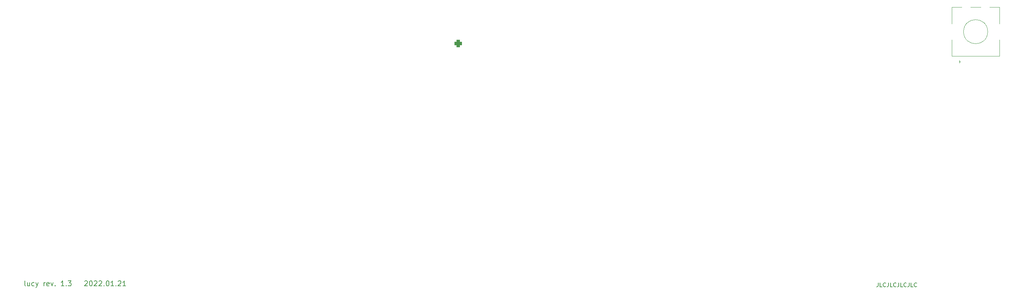
<source format=gto>
G04 #@! TF.GenerationSoftware,KiCad,Pcbnew,(6.0.1-0)*
G04 #@! TF.CreationDate,2022-01-21T16:33:06-06:00*
G04 #@! TF.ProjectId,pcb,7063622e-6b69-4636-9164-5f7063625858,rev?*
G04 #@! TF.SameCoordinates,Original*
G04 #@! TF.FileFunction,Legend,Top*
G04 #@! TF.FilePolarity,Positive*
%FSLAX46Y46*%
G04 Gerber Fmt 4.6, Leading zero omitted, Abs format (unit mm)*
G04 Created by KiCad (PCBNEW (6.0.1-0)) date 2022-01-21 16:33:06*
%MOMM*%
%LPD*%
G01*
G04 APERTURE LIST*
G04 Aperture macros list*
%AMRoundRect*
0 Rectangle with rounded corners*
0 $1 Rounding radius*
0 $2 $3 $4 $5 $6 $7 $8 $9 X,Y pos of 4 corners*
0 Add a 4 corners polygon primitive as box body*
4,1,4,$2,$3,$4,$5,$6,$7,$8,$9,$2,$3,0*
0 Add four circle primitives for the rounded corners*
1,1,$1+$1,$2,$3*
1,1,$1+$1,$4,$5*
1,1,$1+$1,$6,$7*
1,1,$1+$1,$8,$9*
0 Add four rect primitives between the rounded corners*
20,1,$1+$1,$2,$3,$4,$5,0*
20,1,$1+$1,$4,$5,$6,$7,0*
20,1,$1+$1,$6,$7,$8,$9,0*
20,1,$1+$1,$8,$9,$2,$3,0*%
G04 Aperture macros list end*
%ADD10C,0.150000*%
%ADD11C,0.200000*%
%ADD12C,0.120000*%
%ADD13C,1.701800*%
%ADD14C,3.987800*%
%ADD15C,2.540000*%
%ADD16R,2.000000X2.000000*%
%ADD17C,2.000000*%
%ADD18R,2.000000X3.200000*%
%ADD19C,1.803400*%
%ADD20RoundRect,0.501650X0.400050X0.400050X-0.400050X0.400050X-0.400050X-0.400050X0.400050X-0.400050X0*%
%ADD21C,0.650000*%
%ADD22O,1.300000X2.400000*%
%ADD23O,1.300000X1.900000*%
G04 APERTURE END LIST*
D10*
X296013577Y-115736694D02*
X296013577Y-116450980D01*
X295965958Y-116593837D01*
X295870720Y-116689075D01*
X295727863Y-116736694D01*
X295632625Y-116736694D01*
X296965958Y-116736694D02*
X296489767Y-116736694D01*
X296489767Y-115736694D01*
X297870720Y-116641456D02*
X297823101Y-116689075D01*
X297680244Y-116736694D01*
X297585005Y-116736694D01*
X297442148Y-116689075D01*
X297346910Y-116593837D01*
X297299291Y-116498599D01*
X297251672Y-116308123D01*
X297251672Y-116165266D01*
X297299291Y-115974790D01*
X297346910Y-115879552D01*
X297442148Y-115784314D01*
X297585005Y-115736694D01*
X297680244Y-115736694D01*
X297823101Y-115784314D01*
X297870720Y-115831933D01*
X298585005Y-115736694D02*
X298585005Y-116450980D01*
X298537386Y-116593837D01*
X298442148Y-116689075D01*
X298299291Y-116736694D01*
X298204053Y-116736694D01*
X299537386Y-116736694D02*
X299061196Y-116736694D01*
X299061196Y-115736694D01*
X300442148Y-116641456D02*
X300394529Y-116689075D01*
X300251672Y-116736694D01*
X300156434Y-116736694D01*
X300013577Y-116689075D01*
X299918339Y-116593837D01*
X299870720Y-116498599D01*
X299823101Y-116308123D01*
X299823101Y-116165266D01*
X299870720Y-115974790D01*
X299918339Y-115879552D01*
X300013577Y-115784314D01*
X300156434Y-115736694D01*
X300251672Y-115736694D01*
X300394529Y-115784314D01*
X300442148Y-115831933D01*
X301156434Y-115736694D02*
X301156434Y-116450980D01*
X301108815Y-116593837D01*
X301013577Y-116689075D01*
X300870720Y-116736694D01*
X300775482Y-116736694D01*
X302108815Y-116736694D02*
X301632625Y-116736694D01*
X301632625Y-115736694D01*
X303013577Y-116641456D02*
X302965958Y-116689075D01*
X302823101Y-116736694D01*
X302727863Y-116736694D01*
X302585005Y-116689075D01*
X302489767Y-116593837D01*
X302442148Y-116498599D01*
X302394529Y-116308123D01*
X302394529Y-116165266D01*
X302442148Y-115974790D01*
X302489767Y-115879552D01*
X302585005Y-115784314D01*
X302727863Y-115736694D01*
X302823101Y-115736694D01*
X302965958Y-115784314D01*
X303013577Y-115831933D01*
X303727863Y-115736694D02*
X303727863Y-116450980D01*
X303680244Y-116593837D01*
X303585005Y-116689075D01*
X303442148Y-116736694D01*
X303346910Y-116736694D01*
X304680244Y-116736694D02*
X304204053Y-116736694D01*
X304204053Y-115736694D01*
X305585005Y-116641456D02*
X305537386Y-116689075D01*
X305394529Y-116736694D01*
X305299291Y-116736694D01*
X305156434Y-116689075D01*
X305061196Y-116593837D01*
X305013577Y-116498599D01*
X304965958Y-116308123D01*
X304965958Y-116165266D01*
X305013577Y-115974790D01*
X305061196Y-115879552D01*
X305156434Y-115784314D01*
X305299291Y-115736694D01*
X305394529Y-115736694D01*
X305537386Y-115784314D01*
X305585005Y-115831933D01*
D11*
X83947179Y-116521726D02*
X83828131Y-116462202D01*
X83768608Y-116343154D01*
X83768608Y-115271726D01*
X84959084Y-115688392D02*
X84959084Y-116521726D01*
X84423370Y-115688392D02*
X84423370Y-116343154D01*
X84482893Y-116462202D01*
X84601941Y-116521726D01*
X84780512Y-116521726D01*
X84899560Y-116462202D01*
X84959084Y-116402678D01*
X86090036Y-116462202D02*
X85970989Y-116521726D01*
X85732893Y-116521726D01*
X85613846Y-116462202D01*
X85554322Y-116402678D01*
X85494798Y-116283630D01*
X85494798Y-115926488D01*
X85554322Y-115807440D01*
X85613846Y-115747916D01*
X85732893Y-115688392D01*
X85970989Y-115688392D01*
X86090036Y-115747916D01*
X86506703Y-115688392D02*
X86804322Y-116521726D01*
X87101941Y-115688392D02*
X86804322Y-116521726D01*
X86685274Y-116819345D01*
X86625750Y-116878869D01*
X86506703Y-116938392D01*
X88530512Y-116521726D02*
X88530512Y-115688392D01*
X88530512Y-115926488D02*
X88590036Y-115807440D01*
X88649560Y-115747916D01*
X88768608Y-115688392D01*
X88887655Y-115688392D01*
X89780512Y-116462202D02*
X89661465Y-116521726D01*
X89423370Y-116521726D01*
X89304322Y-116462202D01*
X89244798Y-116343154D01*
X89244798Y-115866964D01*
X89304322Y-115747916D01*
X89423370Y-115688392D01*
X89661465Y-115688392D01*
X89780512Y-115747916D01*
X89840036Y-115866964D01*
X89840036Y-115986011D01*
X89244798Y-116105059D01*
X90256703Y-115688392D02*
X90554322Y-116521726D01*
X90851941Y-115688392D01*
X91328131Y-116402678D02*
X91387655Y-116462202D01*
X91328131Y-116521726D01*
X91268608Y-116462202D01*
X91328131Y-116402678D01*
X91328131Y-116521726D01*
X93530512Y-116521726D02*
X92816227Y-116521726D01*
X93173370Y-116521726D02*
X93173370Y-115271726D01*
X93054322Y-115450297D01*
X92935274Y-115569345D01*
X92816227Y-115628869D01*
X94066227Y-116402678D02*
X94125750Y-116462202D01*
X94066227Y-116521726D01*
X94006703Y-116462202D01*
X94066227Y-116402678D01*
X94066227Y-116521726D01*
X94542417Y-115271726D02*
X95316227Y-115271726D01*
X94899560Y-115747916D01*
X95078131Y-115747916D01*
X95197179Y-115807440D01*
X95256703Y-115866964D01*
X95316227Y-115986011D01*
X95316227Y-116283630D01*
X95256703Y-116402678D01*
X95197179Y-116462202D01*
X95078131Y-116521726D01*
X94720989Y-116521726D01*
X94601941Y-116462202D01*
X94542417Y-116402678D01*
X98649560Y-115390773D02*
X98709084Y-115331250D01*
X98828131Y-115271726D01*
X99125750Y-115271726D01*
X99244798Y-115331250D01*
X99304322Y-115390773D01*
X99363846Y-115509821D01*
X99363846Y-115628869D01*
X99304322Y-115807440D01*
X98590036Y-116521726D01*
X99363846Y-116521726D01*
X100137655Y-115271726D02*
X100256703Y-115271726D01*
X100375750Y-115331250D01*
X100435274Y-115390773D01*
X100494798Y-115509821D01*
X100554322Y-115747916D01*
X100554322Y-116045535D01*
X100494798Y-116283630D01*
X100435274Y-116402678D01*
X100375750Y-116462202D01*
X100256703Y-116521726D01*
X100137655Y-116521726D01*
X100018608Y-116462202D01*
X99959084Y-116402678D01*
X99899560Y-116283630D01*
X99840036Y-116045535D01*
X99840036Y-115747916D01*
X99899560Y-115509821D01*
X99959084Y-115390773D01*
X100018608Y-115331250D01*
X100137655Y-115271726D01*
X101030512Y-115390773D02*
X101090036Y-115331250D01*
X101209084Y-115271726D01*
X101506703Y-115271726D01*
X101625750Y-115331250D01*
X101685274Y-115390773D01*
X101744798Y-115509821D01*
X101744798Y-115628869D01*
X101685274Y-115807440D01*
X100970989Y-116521726D01*
X101744798Y-116521726D01*
X102220989Y-115390773D02*
X102280512Y-115331250D01*
X102399560Y-115271726D01*
X102697179Y-115271726D01*
X102816227Y-115331250D01*
X102875750Y-115390773D01*
X102935274Y-115509821D01*
X102935274Y-115628869D01*
X102875750Y-115807440D01*
X102161465Y-116521726D01*
X102935274Y-116521726D01*
X103470989Y-116402678D02*
X103530512Y-116462202D01*
X103470989Y-116521726D01*
X103411465Y-116462202D01*
X103470989Y-116402678D01*
X103470989Y-116521726D01*
X104304322Y-115271726D02*
X104423370Y-115271726D01*
X104542417Y-115331250D01*
X104601941Y-115390773D01*
X104661465Y-115509821D01*
X104720989Y-115747916D01*
X104720989Y-116045535D01*
X104661465Y-116283630D01*
X104601941Y-116402678D01*
X104542417Y-116462202D01*
X104423370Y-116521726D01*
X104304322Y-116521726D01*
X104185274Y-116462202D01*
X104125750Y-116402678D01*
X104066227Y-116283630D01*
X104006703Y-116045535D01*
X104006703Y-115747916D01*
X104066227Y-115509821D01*
X104125750Y-115390773D01*
X104185274Y-115331250D01*
X104304322Y-115271726D01*
X105911465Y-116521726D02*
X105197179Y-116521726D01*
X105554322Y-116521726D02*
X105554322Y-115271726D01*
X105435274Y-115450297D01*
X105316227Y-115569345D01*
X105197179Y-115628869D01*
X106447179Y-116402678D02*
X106506703Y-116462202D01*
X106447179Y-116521726D01*
X106387655Y-116462202D01*
X106447179Y-116402678D01*
X106447179Y-116521726D01*
X106982893Y-115390773D02*
X107042417Y-115331250D01*
X107161465Y-115271726D01*
X107459084Y-115271726D01*
X107578131Y-115331250D01*
X107637655Y-115390773D01*
X107697179Y-115509821D01*
X107697179Y-115628869D01*
X107637655Y-115807440D01*
X106923370Y-116521726D01*
X107697179Y-116521726D01*
X108887655Y-116521726D02*
X108173370Y-116521726D01*
X108530512Y-116521726D02*
X108530512Y-115271726D01*
X108411465Y-115450297D01*
X108292417Y-115569345D01*
X108173370Y-115628869D01*
D12*
X314352725Y-47093950D02*
X316752725Y-47093950D01*
X314352725Y-59293950D02*
X326152725Y-59293950D01*
X323752725Y-47093950D02*
X326152725Y-47093950D01*
X314352725Y-51193950D02*
X314352725Y-47093950D01*
X314352725Y-55193950D02*
X314352725Y-59293950D01*
X316152725Y-60993950D02*
X316152725Y-60393950D01*
X316452725Y-60693950D02*
X316152725Y-60993950D01*
X316152725Y-60393950D02*
X316452725Y-60693950D01*
X318952725Y-47093950D02*
X321552725Y-47093950D01*
X326152725Y-55193950D02*
X326152725Y-59293950D01*
X326152725Y-47093950D02*
X326152725Y-51193950D01*
X323252725Y-53193950D02*
G75*
G03*
X323252725Y-53193950I-3000000J0D01*
G01*
%LPC*%
D13*
X119935625Y-53181250D03*
X130095625Y-53181250D03*
D14*
X125015625Y-53181250D03*
D15*
X121205625Y-50641250D03*
X127555625Y-48101250D03*
D13*
X196135625Y-53181250D03*
D14*
X201215625Y-53181250D03*
D13*
X206295625Y-53181250D03*
D15*
X197405625Y-50641250D03*
X203755625Y-48101250D03*
D13*
X187245625Y-53181250D03*
D14*
X182165625Y-53181250D03*
D13*
X177085625Y-53181250D03*
D15*
X178355625Y-50641250D03*
X184705625Y-48101250D03*
D14*
X163115625Y-53181250D03*
D13*
X168195625Y-53181250D03*
X158035625Y-53181250D03*
D15*
X159305625Y-50641250D03*
X165655625Y-48101250D03*
D14*
X86915625Y-53181250D03*
D13*
X91995625Y-53181250D03*
X81835625Y-53181250D03*
D15*
X83105625Y-50641250D03*
X89455625Y-48101250D03*
D13*
X215185625Y-53181250D03*
X225345625Y-53181250D03*
D14*
X220265625Y-53181250D03*
D15*
X216455625Y-50641250D03*
X222805625Y-48101250D03*
D13*
X234235625Y-53181250D03*
D14*
X239315625Y-53181250D03*
D13*
X244395625Y-53181250D03*
D15*
X235505625Y-50641250D03*
X241855625Y-48101250D03*
D14*
X86915625Y-72231250D03*
D13*
X81835625Y-72231250D03*
X91995625Y-72231250D03*
D15*
X83105625Y-69691250D03*
X89455625Y-67151250D03*
D13*
X100885625Y-72231250D03*
X111045625Y-72231250D03*
D14*
X105965625Y-72231250D03*
D15*
X102155625Y-69691250D03*
X108505625Y-67151250D03*
D13*
X149150799Y-72231250D03*
D14*
X144070799Y-72231250D03*
D13*
X138990799Y-72231250D03*
D15*
X140260799Y-69691250D03*
X146610799Y-67151250D03*
D13*
X282495625Y-53181250D03*
X272335625Y-53181250D03*
D14*
X277415625Y-53181250D03*
D15*
X273605625Y-50641250D03*
X279955625Y-48101250D03*
D13*
X168195625Y-72231250D03*
X158035625Y-72231250D03*
D14*
X163115625Y-72231250D03*
D15*
X159305625Y-69691250D03*
X165655625Y-67151250D03*
D13*
X187245625Y-72231250D03*
D14*
X182165625Y-72231250D03*
D13*
X177085625Y-72231250D03*
D15*
X178355625Y-69691250D03*
X184705625Y-67151250D03*
D13*
X196135625Y-72231250D03*
X206295625Y-72231250D03*
D14*
X201215625Y-72231250D03*
D15*
X197405625Y-69691250D03*
X203755625Y-67151250D03*
D13*
X111045625Y-110331250D03*
X100885625Y-110331250D03*
D14*
X105965625Y-110331250D03*
D15*
X102155625Y-107791250D03*
X108505625Y-105251250D03*
D13*
X119935625Y-110331250D03*
D14*
X125015625Y-110331250D03*
D13*
X130095625Y-110331250D03*
D15*
X121205625Y-107791250D03*
X127555625Y-105251250D03*
D13*
X149145625Y-110331250D03*
X138985625Y-110331250D03*
D14*
X144065625Y-110331250D03*
D15*
X140255625Y-107791250D03*
X146605625Y-105251250D03*
D14*
X163115625Y-110331250D03*
D13*
X168195625Y-110331250D03*
X158035625Y-110331250D03*
D15*
X159305625Y-107791250D03*
X165655625Y-105251250D03*
D13*
X177085625Y-110331250D03*
D14*
X182165625Y-110331250D03*
D13*
X187245625Y-110331250D03*
D15*
X178355625Y-107791250D03*
X184705625Y-105251250D03*
D13*
X225345625Y-110331250D03*
X215185625Y-110331250D03*
D14*
X220265625Y-110331250D03*
D15*
X216455625Y-107791250D03*
X222805625Y-105251250D03*
D13*
X234235625Y-110331250D03*
D14*
X239315625Y-110331250D03*
D13*
X244395625Y-110331250D03*
D15*
X235505625Y-107791250D03*
X241855625Y-105251250D03*
D14*
X258365625Y-110331250D03*
D13*
X263445625Y-110331250D03*
X253285625Y-110331250D03*
D15*
X254555625Y-107791250D03*
X260905625Y-105251250D03*
D14*
X277415625Y-110331250D03*
D13*
X272335625Y-110331250D03*
X282495625Y-110331250D03*
D15*
X273605625Y-107791250D03*
X279955625Y-105251250D03*
D13*
X206295625Y-110331250D03*
X196135625Y-110331250D03*
D14*
X201215625Y-110331250D03*
D15*
X197405625Y-107791250D03*
X203755625Y-105251250D03*
D13*
X272335625Y-91281250D03*
D14*
X277415625Y-91281250D03*
D13*
X282495625Y-91281250D03*
D15*
X273605625Y-88741250D03*
X279955625Y-86201250D03*
D13*
X253285625Y-91281250D03*
D14*
X258365625Y-91281250D03*
D13*
X263445625Y-91281250D03*
D15*
X254555625Y-88741250D03*
X260905625Y-86201250D03*
D14*
X220265625Y-91281250D03*
D13*
X215185625Y-91281250D03*
X225345625Y-91281250D03*
D15*
X216455625Y-88741250D03*
X222805625Y-86201250D03*
D13*
X177085625Y-91281250D03*
D14*
X182165625Y-91281250D03*
D13*
X187245625Y-91281250D03*
D15*
X178355625Y-88741250D03*
X184705625Y-86201250D03*
D13*
X138985625Y-91281250D03*
D14*
X144065625Y-91281250D03*
D13*
X149145625Y-91281250D03*
D15*
X140255625Y-88741250D03*
X146605625Y-86201250D03*
D14*
X86915625Y-91281250D03*
D13*
X81835625Y-91281250D03*
X91995625Y-91281250D03*
D15*
X83105625Y-88741250D03*
X89455625Y-86201250D03*
D13*
X168195625Y-91281250D03*
X158035625Y-91281250D03*
D14*
X163115625Y-91281250D03*
D15*
X159305625Y-88741250D03*
X165655625Y-86201250D03*
D14*
X296465625Y-72231250D03*
D13*
X291385625Y-72231250D03*
X301545625Y-72231250D03*
D15*
X292655625Y-69691250D03*
X299005625Y-67151250D03*
D14*
X125015625Y-91281250D03*
D13*
X130095625Y-91281250D03*
X119935625Y-91281250D03*
D15*
X121205625Y-88741250D03*
X127555625Y-86201250D03*
D14*
X105965625Y-91281250D03*
D13*
X100885625Y-91281250D03*
X111045625Y-91281250D03*
D15*
X102155625Y-88741250D03*
X108505625Y-86201250D03*
D13*
X263445625Y-72231250D03*
X253285625Y-72231250D03*
D14*
X258365625Y-72231250D03*
D15*
X254555625Y-69691250D03*
X260905625Y-67151250D03*
D13*
X234235625Y-72231250D03*
X244395625Y-72231250D03*
D14*
X239315625Y-72231250D03*
D15*
X235505625Y-69691250D03*
X241855625Y-67151250D03*
D13*
X282495625Y-72231250D03*
D14*
X277415625Y-72231250D03*
D13*
X272335625Y-72231250D03*
D15*
X273605625Y-69691250D03*
X279955625Y-67151250D03*
D13*
X291385625Y-110331250D03*
D14*
X296465625Y-110331250D03*
D13*
X301545625Y-110331250D03*
D15*
X292655625Y-107791250D03*
X299005625Y-105251250D03*
D13*
X301545625Y-91281250D03*
D14*
X296465625Y-91281250D03*
D13*
X291385625Y-91281250D03*
D15*
X292655625Y-88741250D03*
X299005625Y-86201250D03*
D14*
X320278125Y-53181250D03*
D13*
X325358125Y-53181250D03*
X315198125Y-53181250D03*
D15*
X316468125Y-50641250D03*
X322818125Y-48101250D03*
D13*
X301545625Y-53181250D03*
D14*
X296465625Y-53181250D03*
D13*
X291385625Y-53181250D03*
D15*
X292655625Y-50641250D03*
X299005625Y-48101250D03*
D16*
X317752725Y-60693950D03*
D17*
X322752725Y-60693950D03*
X320252725Y-60693950D03*
D18*
X325852725Y-53193950D03*
X314652725Y-53193950D03*
D17*
X322752725Y-46193950D03*
X317752725Y-46193950D03*
D13*
X111045625Y-53181250D03*
X100885625Y-53181250D03*
D14*
X105965625Y-53181250D03*
D15*
X102155625Y-50641250D03*
X108505625Y-48101250D03*
D14*
X144065625Y-53181250D03*
D13*
X149145625Y-53181250D03*
X138985625Y-53181250D03*
D15*
X140255625Y-50641250D03*
X146605625Y-48101250D03*
D13*
X325358185Y-110331530D03*
X315198185Y-110331530D03*
D14*
X320278185Y-110331530D03*
D15*
X316468185Y-107791530D03*
X322818185Y-105251530D03*
D13*
X325358185Y-72231370D03*
X315198185Y-72231370D03*
D14*
X320278185Y-72231370D03*
D15*
X316468185Y-69691370D03*
X322818185Y-67151370D03*
D13*
X325358185Y-91281450D03*
D14*
X320278185Y-91281450D03*
D13*
X315198185Y-91281450D03*
D15*
X316468185Y-88741450D03*
X322818185Y-86201450D03*
D13*
X196135625Y-91281250D03*
D14*
X201215625Y-91281250D03*
D13*
X206295625Y-91281250D03*
D15*
X197405625Y-88741250D03*
X203755625Y-86201250D03*
D14*
X239315625Y-91281250D03*
D13*
X244395625Y-91281250D03*
X234235625Y-91281250D03*
D15*
X235505625Y-88741250D03*
X241855625Y-86201250D03*
D13*
X81835625Y-110331250D03*
X91995625Y-110331250D03*
D14*
X86915625Y-110331250D03*
D15*
X83105625Y-107791250D03*
X89455625Y-105251250D03*
D13*
X253285625Y-53181250D03*
X263445625Y-53181250D03*
D14*
X258365625Y-53181250D03*
D15*
X254555625Y-50641250D03*
X260905625Y-48101250D03*
D13*
X130095625Y-72231250D03*
D14*
X125015625Y-72231250D03*
D13*
X119935625Y-72231250D03*
D15*
X121205625Y-69691250D03*
X127555625Y-67151250D03*
D13*
X215185625Y-72231250D03*
D14*
X220265625Y-72231250D03*
D13*
X225345625Y-72231250D03*
D15*
X216455625Y-69691250D03*
X222805625Y-67151250D03*
D19*
X191140000Y-68800000D03*
X191140000Y-58640000D03*
X191140000Y-63720000D03*
X191546400Y-66260000D03*
X191546400Y-61180000D03*
D20*
X191546400Y-56100000D03*
D21*
X99329825Y-46312315D03*
X93549825Y-46312315D03*
D22*
X100739825Y-46863315D03*
D23*
X100739825Y-42663315D03*
X92139825Y-42663315D03*
D22*
X92139825Y-46863315D03*
M02*

</source>
